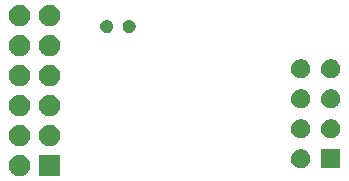
<source format=gbs>
G04 #@! TF.GenerationSoftware,KiCad,Pcbnew,(5.1.5)-3*
G04 #@! TF.CreationDate,2020-03-15T16:40:33+08:00*
G04 #@! TF.ProjectId,InHub_Sub,496e4875-625f-4537-9562-2e6b69636164,rev?*
G04 #@! TF.SameCoordinates,Original*
G04 #@! TF.FileFunction,Soldermask,Bot*
G04 #@! TF.FilePolarity,Negative*
%FSLAX46Y46*%
G04 Gerber Fmt 4.6, Leading zero omitted, Abs format (unit mm)*
G04 Created by KiCad (PCBNEW (5.1.5)-3) date 2020-03-15 16:40:33*
%MOMM*%
%LPD*%
G04 APERTURE LIST*
%ADD10C,0.100000*%
G04 APERTURE END LIST*
D10*
G36*
X53358700Y-90437800D02*
G01*
X51556700Y-90437800D01*
X51556700Y-88635800D01*
X53358700Y-88635800D01*
X53358700Y-90437800D01*
G37*
G36*
X50180512Y-88670424D02*
G01*
X50344484Y-88738344D01*
X50492054Y-88836947D01*
X50617553Y-88962446D01*
X50716156Y-89110016D01*
X50784076Y-89273988D01*
X50818700Y-89448059D01*
X50818700Y-89625541D01*
X50784076Y-89799612D01*
X50716156Y-89963584D01*
X50617553Y-90111154D01*
X50492054Y-90236653D01*
X50344484Y-90335256D01*
X50180512Y-90403176D01*
X50006441Y-90437800D01*
X49828959Y-90437800D01*
X49654888Y-90403176D01*
X49490916Y-90335256D01*
X49343346Y-90236653D01*
X49217847Y-90111154D01*
X49119244Y-89963584D01*
X49051324Y-89799612D01*
X49016700Y-89625541D01*
X49016700Y-89448059D01*
X49051324Y-89273988D01*
X49119244Y-89110016D01*
X49217847Y-88962446D01*
X49343346Y-88836947D01*
X49490916Y-88738344D01*
X49654888Y-88670424D01*
X49828959Y-88635800D01*
X50006441Y-88635800D01*
X50180512Y-88670424D01*
G37*
G36*
X73960643Y-88194443D02*
G01*
X74108601Y-88255729D01*
X74241758Y-88344702D01*
X74354998Y-88457942D01*
X74443971Y-88591099D01*
X74476828Y-88670424D01*
X74505257Y-88739057D01*
X74524729Y-88836947D01*
X74536500Y-88896127D01*
X74536500Y-89056273D01*
X74505257Y-89213343D01*
X74443971Y-89361301D01*
X74354998Y-89494458D01*
X74241758Y-89607698D01*
X74108601Y-89696671D01*
X73960643Y-89757957D01*
X73803574Y-89789200D01*
X73643426Y-89789200D01*
X73486357Y-89757957D01*
X73338399Y-89696671D01*
X73205242Y-89607698D01*
X73092002Y-89494458D01*
X73003029Y-89361301D01*
X72941743Y-89213343D01*
X72910500Y-89056273D01*
X72910500Y-88896127D01*
X72922272Y-88836947D01*
X72941743Y-88739057D01*
X72970172Y-88670424D01*
X73003029Y-88591099D01*
X73092002Y-88457942D01*
X73205242Y-88344702D01*
X73338399Y-88255729D01*
X73486357Y-88194443D01*
X73643426Y-88163200D01*
X73803574Y-88163200D01*
X73960643Y-88194443D01*
G37*
G36*
X77076500Y-89789200D02*
G01*
X75450500Y-89789200D01*
X75450500Y-88163200D01*
X77076500Y-88163200D01*
X77076500Y-89789200D01*
G37*
G36*
X52720512Y-86130424D02*
G01*
X52884484Y-86198344D01*
X53032054Y-86296947D01*
X53157553Y-86422446D01*
X53256156Y-86570016D01*
X53324076Y-86733988D01*
X53358700Y-86908059D01*
X53358700Y-87085541D01*
X53324076Y-87259612D01*
X53256156Y-87423584D01*
X53157553Y-87571154D01*
X53032054Y-87696653D01*
X52884484Y-87795256D01*
X52720512Y-87863176D01*
X52546441Y-87897800D01*
X52368959Y-87897800D01*
X52194888Y-87863176D01*
X52030916Y-87795256D01*
X51883346Y-87696653D01*
X51757847Y-87571154D01*
X51659244Y-87423584D01*
X51591324Y-87259612D01*
X51556700Y-87085541D01*
X51556700Y-86908059D01*
X51591324Y-86733988D01*
X51659244Y-86570016D01*
X51757847Y-86422446D01*
X51883346Y-86296947D01*
X52030916Y-86198344D01*
X52194888Y-86130424D01*
X52368959Y-86095800D01*
X52546441Y-86095800D01*
X52720512Y-86130424D01*
G37*
G36*
X50180512Y-86130424D02*
G01*
X50344484Y-86198344D01*
X50492054Y-86296947D01*
X50617553Y-86422446D01*
X50716156Y-86570016D01*
X50784076Y-86733988D01*
X50818700Y-86908059D01*
X50818700Y-87085541D01*
X50784076Y-87259612D01*
X50716156Y-87423584D01*
X50617553Y-87571154D01*
X50492054Y-87696653D01*
X50344484Y-87795256D01*
X50180512Y-87863176D01*
X50006441Y-87897800D01*
X49828959Y-87897800D01*
X49654888Y-87863176D01*
X49490916Y-87795256D01*
X49343346Y-87696653D01*
X49217847Y-87571154D01*
X49119244Y-87423584D01*
X49051324Y-87259612D01*
X49016700Y-87085541D01*
X49016700Y-86908059D01*
X49051324Y-86733988D01*
X49119244Y-86570016D01*
X49217847Y-86422446D01*
X49343346Y-86296947D01*
X49490916Y-86198344D01*
X49654888Y-86130424D01*
X49828959Y-86095800D01*
X50006441Y-86095800D01*
X50180512Y-86130424D01*
G37*
G36*
X73960643Y-85654443D02*
G01*
X74108601Y-85715729D01*
X74241758Y-85804702D01*
X74354998Y-85917942D01*
X74443971Y-86051099D01*
X74476828Y-86130424D01*
X74505257Y-86199057D01*
X74524729Y-86296947D01*
X74536500Y-86356127D01*
X74536500Y-86516273D01*
X74505257Y-86673343D01*
X74443971Y-86821301D01*
X74354998Y-86954458D01*
X74241758Y-87067698D01*
X74108601Y-87156671D01*
X73960643Y-87217957D01*
X73803574Y-87249200D01*
X73643426Y-87249200D01*
X73486357Y-87217957D01*
X73338399Y-87156671D01*
X73205242Y-87067698D01*
X73092002Y-86954458D01*
X73003029Y-86821301D01*
X72941743Y-86673343D01*
X72910500Y-86516273D01*
X72910500Y-86356127D01*
X72922272Y-86296947D01*
X72941743Y-86199057D01*
X72970172Y-86130424D01*
X73003029Y-86051099D01*
X73092002Y-85917942D01*
X73205242Y-85804702D01*
X73338399Y-85715729D01*
X73486357Y-85654443D01*
X73643426Y-85623200D01*
X73803574Y-85623200D01*
X73960643Y-85654443D01*
G37*
G36*
X76500643Y-85654443D02*
G01*
X76648601Y-85715729D01*
X76781758Y-85804702D01*
X76894998Y-85917942D01*
X76983971Y-86051099D01*
X77016828Y-86130424D01*
X77045257Y-86199057D01*
X77064729Y-86296947D01*
X77076500Y-86356127D01*
X77076500Y-86516273D01*
X77045257Y-86673343D01*
X76983971Y-86821301D01*
X76894998Y-86954458D01*
X76781758Y-87067698D01*
X76648601Y-87156671D01*
X76500643Y-87217957D01*
X76343574Y-87249200D01*
X76183426Y-87249200D01*
X76026357Y-87217957D01*
X75878399Y-87156671D01*
X75745242Y-87067698D01*
X75632002Y-86954458D01*
X75543029Y-86821301D01*
X75481743Y-86673343D01*
X75450500Y-86516273D01*
X75450500Y-86356127D01*
X75462272Y-86296947D01*
X75481743Y-86199057D01*
X75510172Y-86130424D01*
X75543029Y-86051099D01*
X75632002Y-85917942D01*
X75745242Y-85804702D01*
X75878399Y-85715729D01*
X76026357Y-85654443D01*
X76183426Y-85623200D01*
X76343574Y-85623200D01*
X76500643Y-85654443D01*
G37*
G36*
X52720512Y-83590424D02*
G01*
X52884484Y-83658344D01*
X53032054Y-83756947D01*
X53157553Y-83882446D01*
X53256156Y-84030016D01*
X53324076Y-84193988D01*
X53358700Y-84368059D01*
X53358700Y-84545541D01*
X53324076Y-84719612D01*
X53256156Y-84883584D01*
X53157553Y-85031154D01*
X53032054Y-85156653D01*
X52884484Y-85255256D01*
X52720512Y-85323176D01*
X52546441Y-85357800D01*
X52368959Y-85357800D01*
X52194888Y-85323176D01*
X52030916Y-85255256D01*
X51883346Y-85156653D01*
X51757847Y-85031154D01*
X51659244Y-84883584D01*
X51591324Y-84719612D01*
X51556700Y-84545541D01*
X51556700Y-84368059D01*
X51591324Y-84193988D01*
X51659244Y-84030016D01*
X51757847Y-83882446D01*
X51883346Y-83756947D01*
X52030916Y-83658344D01*
X52194888Y-83590424D01*
X52368959Y-83555800D01*
X52546441Y-83555800D01*
X52720512Y-83590424D01*
G37*
G36*
X50180512Y-83590424D02*
G01*
X50344484Y-83658344D01*
X50492054Y-83756947D01*
X50617553Y-83882446D01*
X50716156Y-84030016D01*
X50784076Y-84193988D01*
X50818700Y-84368059D01*
X50818700Y-84545541D01*
X50784076Y-84719612D01*
X50716156Y-84883584D01*
X50617553Y-85031154D01*
X50492054Y-85156653D01*
X50344484Y-85255256D01*
X50180512Y-85323176D01*
X50006441Y-85357800D01*
X49828959Y-85357800D01*
X49654888Y-85323176D01*
X49490916Y-85255256D01*
X49343346Y-85156653D01*
X49217847Y-85031154D01*
X49119244Y-84883584D01*
X49051324Y-84719612D01*
X49016700Y-84545541D01*
X49016700Y-84368059D01*
X49051324Y-84193988D01*
X49119244Y-84030016D01*
X49217847Y-83882446D01*
X49343346Y-83756947D01*
X49490916Y-83658344D01*
X49654888Y-83590424D01*
X49828959Y-83555800D01*
X50006441Y-83555800D01*
X50180512Y-83590424D01*
G37*
G36*
X76500643Y-83114443D02*
G01*
X76648601Y-83175729D01*
X76781758Y-83264702D01*
X76894998Y-83377942D01*
X76983971Y-83511099D01*
X77016828Y-83590424D01*
X77045257Y-83659057D01*
X77064729Y-83756947D01*
X77076500Y-83816127D01*
X77076500Y-83976273D01*
X77045257Y-84133343D01*
X76983971Y-84281301D01*
X76894998Y-84414458D01*
X76781758Y-84527698D01*
X76648601Y-84616671D01*
X76500643Y-84677957D01*
X76343574Y-84709200D01*
X76183426Y-84709200D01*
X76026357Y-84677957D01*
X75878399Y-84616671D01*
X75745242Y-84527698D01*
X75632002Y-84414458D01*
X75543029Y-84281301D01*
X75481743Y-84133343D01*
X75450500Y-83976273D01*
X75450500Y-83816127D01*
X75462272Y-83756947D01*
X75481743Y-83659057D01*
X75510172Y-83590424D01*
X75543029Y-83511099D01*
X75632002Y-83377942D01*
X75745242Y-83264702D01*
X75878399Y-83175729D01*
X76026357Y-83114443D01*
X76183426Y-83083200D01*
X76343574Y-83083200D01*
X76500643Y-83114443D01*
G37*
G36*
X73960643Y-83114443D02*
G01*
X74108601Y-83175729D01*
X74241758Y-83264702D01*
X74354998Y-83377942D01*
X74443971Y-83511099D01*
X74476828Y-83590424D01*
X74505257Y-83659057D01*
X74524729Y-83756947D01*
X74536500Y-83816127D01*
X74536500Y-83976273D01*
X74505257Y-84133343D01*
X74443971Y-84281301D01*
X74354998Y-84414458D01*
X74241758Y-84527698D01*
X74108601Y-84616671D01*
X73960643Y-84677957D01*
X73803574Y-84709200D01*
X73643426Y-84709200D01*
X73486357Y-84677957D01*
X73338399Y-84616671D01*
X73205242Y-84527698D01*
X73092002Y-84414458D01*
X73003029Y-84281301D01*
X72941743Y-84133343D01*
X72910500Y-83976273D01*
X72910500Y-83816127D01*
X72922272Y-83756947D01*
X72941743Y-83659057D01*
X72970172Y-83590424D01*
X73003029Y-83511099D01*
X73092002Y-83377942D01*
X73205242Y-83264702D01*
X73338399Y-83175729D01*
X73486357Y-83114443D01*
X73643426Y-83083200D01*
X73803574Y-83083200D01*
X73960643Y-83114443D01*
G37*
G36*
X52720512Y-81050424D02*
G01*
X52884484Y-81118344D01*
X53032054Y-81216947D01*
X53157553Y-81342446D01*
X53256156Y-81490016D01*
X53324076Y-81653988D01*
X53358700Y-81828059D01*
X53358700Y-82005541D01*
X53324076Y-82179612D01*
X53256156Y-82343584D01*
X53157553Y-82491154D01*
X53032054Y-82616653D01*
X52884484Y-82715256D01*
X52720512Y-82783176D01*
X52546441Y-82817800D01*
X52368959Y-82817800D01*
X52194888Y-82783176D01*
X52030916Y-82715256D01*
X51883346Y-82616653D01*
X51757847Y-82491154D01*
X51659244Y-82343584D01*
X51591324Y-82179612D01*
X51556700Y-82005541D01*
X51556700Y-81828059D01*
X51591324Y-81653988D01*
X51659244Y-81490016D01*
X51757847Y-81342446D01*
X51883346Y-81216947D01*
X52030916Y-81118344D01*
X52194888Y-81050424D01*
X52368959Y-81015800D01*
X52546441Y-81015800D01*
X52720512Y-81050424D01*
G37*
G36*
X50180512Y-81050424D02*
G01*
X50344484Y-81118344D01*
X50492054Y-81216947D01*
X50617553Y-81342446D01*
X50716156Y-81490016D01*
X50784076Y-81653988D01*
X50818700Y-81828059D01*
X50818700Y-82005541D01*
X50784076Y-82179612D01*
X50716156Y-82343584D01*
X50617553Y-82491154D01*
X50492054Y-82616653D01*
X50344484Y-82715256D01*
X50180512Y-82783176D01*
X50006441Y-82817800D01*
X49828959Y-82817800D01*
X49654888Y-82783176D01*
X49490916Y-82715256D01*
X49343346Y-82616653D01*
X49217847Y-82491154D01*
X49119244Y-82343584D01*
X49051324Y-82179612D01*
X49016700Y-82005541D01*
X49016700Y-81828059D01*
X49051324Y-81653988D01*
X49119244Y-81490016D01*
X49217847Y-81342446D01*
X49343346Y-81216947D01*
X49490916Y-81118344D01*
X49654888Y-81050424D01*
X49828959Y-81015800D01*
X50006441Y-81015800D01*
X50180512Y-81050424D01*
G37*
G36*
X73960643Y-80574443D02*
G01*
X74108601Y-80635729D01*
X74241758Y-80724702D01*
X74354998Y-80837942D01*
X74443971Y-80971099D01*
X74476828Y-81050424D01*
X74505257Y-81119057D01*
X74524729Y-81216947D01*
X74536500Y-81276127D01*
X74536500Y-81436273D01*
X74505257Y-81593343D01*
X74443971Y-81741301D01*
X74354998Y-81874458D01*
X74241758Y-81987698D01*
X74108601Y-82076671D01*
X73960643Y-82137957D01*
X73803574Y-82169200D01*
X73643426Y-82169200D01*
X73486357Y-82137957D01*
X73338399Y-82076671D01*
X73205242Y-81987698D01*
X73092002Y-81874458D01*
X73003029Y-81741301D01*
X72941743Y-81593343D01*
X72910500Y-81436273D01*
X72910500Y-81276127D01*
X72922272Y-81216947D01*
X72941743Y-81119057D01*
X72970172Y-81050424D01*
X73003029Y-80971099D01*
X73092002Y-80837942D01*
X73205242Y-80724702D01*
X73338399Y-80635729D01*
X73486357Y-80574443D01*
X73643426Y-80543200D01*
X73803574Y-80543200D01*
X73960643Y-80574443D01*
G37*
G36*
X76500643Y-80574443D02*
G01*
X76648601Y-80635729D01*
X76781758Y-80724702D01*
X76894998Y-80837942D01*
X76983971Y-80971099D01*
X77016828Y-81050424D01*
X77045257Y-81119057D01*
X77064729Y-81216947D01*
X77076500Y-81276127D01*
X77076500Y-81436273D01*
X77045257Y-81593343D01*
X76983971Y-81741301D01*
X76894998Y-81874458D01*
X76781758Y-81987698D01*
X76648601Y-82076671D01*
X76500643Y-82137957D01*
X76343574Y-82169200D01*
X76183426Y-82169200D01*
X76026357Y-82137957D01*
X75878399Y-82076671D01*
X75745242Y-81987698D01*
X75632002Y-81874458D01*
X75543029Y-81741301D01*
X75481743Y-81593343D01*
X75450500Y-81436273D01*
X75450500Y-81276127D01*
X75462272Y-81216947D01*
X75481743Y-81119057D01*
X75510172Y-81050424D01*
X75543029Y-80971099D01*
X75632002Y-80837942D01*
X75745242Y-80724702D01*
X75878399Y-80635729D01*
X76026357Y-80574443D01*
X76183426Y-80543200D01*
X76343574Y-80543200D01*
X76500643Y-80574443D01*
G37*
G36*
X50180512Y-78510424D02*
G01*
X50344484Y-78578344D01*
X50492054Y-78676947D01*
X50617553Y-78802446D01*
X50716156Y-78950016D01*
X50784076Y-79113988D01*
X50818700Y-79288059D01*
X50818700Y-79465541D01*
X50784076Y-79639612D01*
X50716156Y-79803584D01*
X50617553Y-79951154D01*
X50492054Y-80076653D01*
X50344484Y-80175256D01*
X50180512Y-80243176D01*
X50006441Y-80277800D01*
X49828959Y-80277800D01*
X49654888Y-80243176D01*
X49490916Y-80175256D01*
X49343346Y-80076653D01*
X49217847Y-79951154D01*
X49119244Y-79803584D01*
X49051324Y-79639612D01*
X49016700Y-79465541D01*
X49016700Y-79288059D01*
X49051324Y-79113988D01*
X49119244Y-78950016D01*
X49217847Y-78802446D01*
X49343346Y-78676947D01*
X49490916Y-78578344D01*
X49654888Y-78510424D01*
X49828959Y-78475800D01*
X50006441Y-78475800D01*
X50180512Y-78510424D01*
G37*
G36*
X52720512Y-78510424D02*
G01*
X52884484Y-78578344D01*
X53032054Y-78676947D01*
X53157553Y-78802446D01*
X53256156Y-78950016D01*
X53324076Y-79113988D01*
X53358700Y-79288059D01*
X53358700Y-79465541D01*
X53324076Y-79639612D01*
X53256156Y-79803584D01*
X53157553Y-79951154D01*
X53032054Y-80076653D01*
X52884484Y-80175256D01*
X52720512Y-80243176D01*
X52546441Y-80277800D01*
X52368959Y-80277800D01*
X52194888Y-80243176D01*
X52030916Y-80175256D01*
X51883346Y-80076653D01*
X51757847Y-79951154D01*
X51659244Y-79803584D01*
X51591324Y-79639612D01*
X51556700Y-79465541D01*
X51556700Y-79288059D01*
X51591324Y-79113988D01*
X51659244Y-78950016D01*
X51757847Y-78802446D01*
X51883346Y-78676947D01*
X52030916Y-78578344D01*
X52194888Y-78510424D01*
X52368959Y-78475800D01*
X52546441Y-78475800D01*
X52720512Y-78510424D01*
G37*
G36*
X57455321Y-77232275D02*
G01*
X57555596Y-77273810D01*
X57645842Y-77334110D01*
X57722590Y-77410858D01*
X57782890Y-77501104D01*
X57824425Y-77601379D01*
X57845600Y-77707831D01*
X57845600Y-77816369D01*
X57824425Y-77922821D01*
X57782890Y-78023096D01*
X57722590Y-78113342D01*
X57645842Y-78190090D01*
X57555596Y-78250390D01*
X57455321Y-78291925D01*
X57348869Y-78313100D01*
X57240331Y-78313100D01*
X57133879Y-78291925D01*
X57033604Y-78250390D01*
X56943358Y-78190090D01*
X56866610Y-78113342D01*
X56806310Y-78023096D01*
X56764775Y-77922821D01*
X56743600Y-77816369D01*
X56743600Y-77707831D01*
X56764775Y-77601379D01*
X56806310Y-77501104D01*
X56866610Y-77410858D01*
X56943358Y-77334110D01*
X57033604Y-77273810D01*
X57133879Y-77232275D01*
X57240331Y-77211100D01*
X57348869Y-77211100D01*
X57455321Y-77232275D01*
G37*
G36*
X59355321Y-77232275D02*
G01*
X59455596Y-77273810D01*
X59545842Y-77334110D01*
X59622590Y-77410858D01*
X59682890Y-77501104D01*
X59724425Y-77601379D01*
X59745600Y-77707831D01*
X59745600Y-77816369D01*
X59724425Y-77922821D01*
X59682890Y-78023096D01*
X59622590Y-78113342D01*
X59545842Y-78190090D01*
X59455596Y-78250390D01*
X59355321Y-78291925D01*
X59248869Y-78313100D01*
X59140331Y-78313100D01*
X59033879Y-78291925D01*
X58933604Y-78250390D01*
X58843358Y-78190090D01*
X58766610Y-78113342D01*
X58706310Y-78023096D01*
X58664775Y-77922821D01*
X58643600Y-77816369D01*
X58643600Y-77707831D01*
X58664775Y-77601379D01*
X58706310Y-77501104D01*
X58766610Y-77410858D01*
X58843358Y-77334110D01*
X58933604Y-77273810D01*
X59033879Y-77232275D01*
X59140331Y-77211100D01*
X59248869Y-77211100D01*
X59355321Y-77232275D01*
G37*
G36*
X50180512Y-75970424D02*
G01*
X50344484Y-76038344D01*
X50492054Y-76136947D01*
X50617553Y-76262446D01*
X50716156Y-76410016D01*
X50784076Y-76573988D01*
X50818700Y-76748059D01*
X50818700Y-76925541D01*
X50784076Y-77099612D01*
X50716156Y-77263584D01*
X50617553Y-77411154D01*
X50492054Y-77536653D01*
X50344484Y-77635256D01*
X50180512Y-77703176D01*
X50006441Y-77737800D01*
X49828959Y-77737800D01*
X49654888Y-77703176D01*
X49490916Y-77635256D01*
X49343346Y-77536653D01*
X49217847Y-77411154D01*
X49119244Y-77263584D01*
X49051324Y-77099612D01*
X49016700Y-76925541D01*
X49016700Y-76748059D01*
X49051324Y-76573988D01*
X49119244Y-76410016D01*
X49217847Y-76262446D01*
X49343346Y-76136947D01*
X49490916Y-76038344D01*
X49654888Y-75970424D01*
X49828959Y-75935800D01*
X50006441Y-75935800D01*
X50180512Y-75970424D01*
G37*
G36*
X52720512Y-75970424D02*
G01*
X52884484Y-76038344D01*
X53032054Y-76136947D01*
X53157553Y-76262446D01*
X53256156Y-76410016D01*
X53324076Y-76573988D01*
X53358700Y-76748059D01*
X53358700Y-76925541D01*
X53324076Y-77099612D01*
X53256156Y-77263584D01*
X53157553Y-77411154D01*
X53032054Y-77536653D01*
X52884484Y-77635256D01*
X52720512Y-77703176D01*
X52546441Y-77737800D01*
X52368959Y-77737800D01*
X52194888Y-77703176D01*
X52030916Y-77635256D01*
X51883346Y-77536653D01*
X51757847Y-77411154D01*
X51659244Y-77263584D01*
X51591324Y-77099612D01*
X51556700Y-76925541D01*
X51556700Y-76748059D01*
X51591324Y-76573988D01*
X51659244Y-76410016D01*
X51757847Y-76262446D01*
X51883346Y-76136947D01*
X52030916Y-76038344D01*
X52194888Y-75970424D01*
X52368959Y-75935800D01*
X52546441Y-75935800D01*
X52720512Y-75970424D01*
G37*
M02*

</source>
